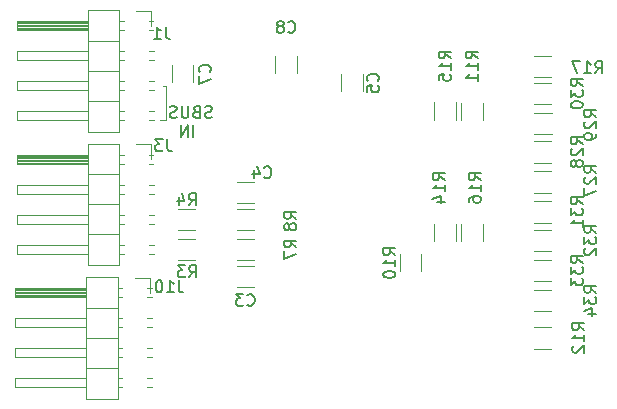
<source format=gbr>
G04 #@! TF.GenerationSoftware,KiCad,Pcbnew,7.0.1*
G04 #@! TF.CreationDate,2023-03-28T11:43:29+02:00*
G04 #@! TF.ProjectId,OXS_RP2040_Full,4f58535f-5250-4323-9034-305f46756c6c,rev?*
G04 #@! TF.SameCoordinates,Original*
G04 #@! TF.FileFunction,Legend,Bot*
G04 #@! TF.FilePolarity,Positive*
%FSLAX46Y46*%
G04 Gerber Fmt 4.6, Leading zero omitted, Abs format (unit mm)*
G04 Created by KiCad (PCBNEW 7.0.1) date 2023-03-28 11:43:29*
%MOMM*%
%LPD*%
G01*
G04 APERTURE LIST*
%ADD10C,0.120000*%
%ADD11C,0.150000*%
G04 APERTURE END LIST*
D10*
X73406000Y-83185000D02*
X73152000Y-83185000D01*
X73406000Y-83185000D02*
X73406000Y-86106000D01*
X73406000Y-86106000D02*
X72898000Y-86106000D01*
D11*
X77279523Y-85840000D02*
X77136666Y-85887619D01*
X77136666Y-85887619D02*
X76898571Y-85887619D01*
X76898571Y-85887619D02*
X76803333Y-85840000D01*
X76803333Y-85840000D02*
X76755714Y-85792380D01*
X76755714Y-85792380D02*
X76708095Y-85697142D01*
X76708095Y-85697142D02*
X76708095Y-85601904D01*
X76708095Y-85601904D02*
X76755714Y-85506666D01*
X76755714Y-85506666D02*
X76803333Y-85459047D01*
X76803333Y-85459047D02*
X76898571Y-85411428D01*
X76898571Y-85411428D02*
X77089047Y-85363809D01*
X77089047Y-85363809D02*
X77184285Y-85316190D01*
X77184285Y-85316190D02*
X77231904Y-85268571D01*
X77231904Y-85268571D02*
X77279523Y-85173333D01*
X77279523Y-85173333D02*
X77279523Y-85078095D01*
X77279523Y-85078095D02*
X77231904Y-84982857D01*
X77231904Y-84982857D02*
X77184285Y-84935238D01*
X77184285Y-84935238D02*
X77089047Y-84887619D01*
X77089047Y-84887619D02*
X76850952Y-84887619D01*
X76850952Y-84887619D02*
X76708095Y-84935238D01*
X75946190Y-85363809D02*
X75803333Y-85411428D01*
X75803333Y-85411428D02*
X75755714Y-85459047D01*
X75755714Y-85459047D02*
X75708095Y-85554285D01*
X75708095Y-85554285D02*
X75708095Y-85697142D01*
X75708095Y-85697142D02*
X75755714Y-85792380D01*
X75755714Y-85792380D02*
X75803333Y-85840000D01*
X75803333Y-85840000D02*
X75898571Y-85887619D01*
X75898571Y-85887619D02*
X76279523Y-85887619D01*
X76279523Y-85887619D02*
X76279523Y-84887619D01*
X76279523Y-84887619D02*
X75946190Y-84887619D01*
X75946190Y-84887619D02*
X75850952Y-84935238D01*
X75850952Y-84935238D02*
X75803333Y-84982857D01*
X75803333Y-84982857D02*
X75755714Y-85078095D01*
X75755714Y-85078095D02*
X75755714Y-85173333D01*
X75755714Y-85173333D02*
X75803333Y-85268571D01*
X75803333Y-85268571D02*
X75850952Y-85316190D01*
X75850952Y-85316190D02*
X75946190Y-85363809D01*
X75946190Y-85363809D02*
X76279523Y-85363809D01*
X75279523Y-84887619D02*
X75279523Y-85697142D01*
X75279523Y-85697142D02*
X75231904Y-85792380D01*
X75231904Y-85792380D02*
X75184285Y-85840000D01*
X75184285Y-85840000D02*
X75089047Y-85887619D01*
X75089047Y-85887619D02*
X74898571Y-85887619D01*
X74898571Y-85887619D02*
X74803333Y-85840000D01*
X74803333Y-85840000D02*
X74755714Y-85792380D01*
X74755714Y-85792380D02*
X74708095Y-85697142D01*
X74708095Y-85697142D02*
X74708095Y-84887619D01*
X74279523Y-85840000D02*
X74136666Y-85887619D01*
X74136666Y-85887619D02*
X73898571Y-85887619D01*
X73898571Y-85887619D02*
X73803333Y-85840000D01*
X73803333Y-85840000D02*
X73755714Y-85792380D01*
X73755714Y-85792380D02*
X73708095Y-85697142D01*
X73708095Y-85697142D02*
X73708095Y-85601904D01*
X73708095Y-85601904D02*
X73755714Y-85506666D01*
X73755714Y-85506666D02*
X73803333Y-85459047D01*
X73803333Y-85459047D02*
X73898571Y-85411428D01*
X73898571Y-85411428D02*
X74089047Y-85363809D01*
X74089047Y-85363809D02*
X74184285Y-85316190D01*
X74184285Y-85316190D02*
X74231904Y-85268571D01*
X74231904Y-85268571D02*
X74279523Y-85173333D01*
X74279523Y-85173333D02*
X74279523Y-85078095D01*
X74279523Y-85078095D02*
X74231904Y-84982857D01*
X74231904Y-84982857D02*
X74184285Y-84935238D01*
X74184285Y-84935238D02*
X74089047Y-84887619D01*
X74089047Y-84887619D02*
X73850952Y-84887619D01*
X73850952Y-84887619D02*
X73708095Y-84935238D01*
X75708094Y-87507619D02*
X75708094Y-86507619D01*
X75231904Y-87507619D02*
X75231904Y-86507619D01*
X75231904Y-86507619D02*
X74660476Y-87507619D01*
X74660476Y-87507619D02*
X74660476Y-86507619D01*
X74469523Y-99665619D02*
X74469523Y-100379904D01*
X74469523Y-100379904D02*
X74517142Y-100522761D01*
X74517142Y-100522761D02*
X74612380Y-100618000D01*
X74612380Y-100618000D02*
X74755237Y-100665619D01*
X74755237Y-100665619D02*
X74850475Y-100665619D01*
X73469523Y-100665619D02*
X74040951Y-100665619D01*
X73755237Y-100665619D02*
X73755237Y-99665619D01*
X73755237Y-99665619D02*
X73850475Y-99808476D01*
X73850475Y-99808476D02*
X73945713Y-99903714D01*
X73945713Y-99903714D02*
X74040951Y-99951333D01*
X72850475Y-99665619D02*
X72755237Y-99665619D01*
X72755237Y-99665619D02*
X72659999Y-99713238D01*
X72659999Y-99713238D02*
X72612380Y-99760857D01*
X72612380Y-99760857D02*
X72564761Y-99856095D01*
X72564761Y-99856095D02*
X72517142Y-100046571D01*
X72517142Y-100046571D02*
X72517142Y-100284666D01*
X72517142Y-100284666D02*
X72564761Y-100475142D01*
X72564761Y-100475142D02*
X72612380Y-100570380D01*
X72612380Y-100570380D02*
X72659999Y-100618000D01*
X72659999Y-100618000D02*
X72755237Y-100665619D01*
X72755237Y-100665619D02*
X72850475Y-100665619D01*
X72850475Y-100665619D02*
X72945713Y-100618000D01*
X72945713Y-100618000D02*
X72993332Y-100570380D01*
X72993332Y-100570380D02*
X73040951Y-100475142D01*
X73040951Y-100475142D02*
X73088570Y-100284666D01*
X73088570Y-100284666D02*
X73088570Y-100046571D01*
X73088570Y-100046571D02*
X73040951Y-99856095D01*
X73040951Y-99856095D02*
X72993332Y-99760857D01*
X72993332Y-99760857D02*
X72945713Y-99713238D01*
X72945713Y-99713238D02*
X72850475Y-99665619D01*
X92791619Y-97528142D02*
X92315428Y-97194809D01*
X92791619Y-96956714D02*
X91791619Y-96956714D01*
X91791619Y-96956714D02*
X91791619Y-97337666D01*
X91791619Y-97337666D02*
X91839238Y-97432904D01*
X91839238Y-97432904D02*
X91886857Y-97480523D01*
X91886857Y-97480523D02*
X91982095Y-97528142D01*
X91982095Y-97528142D02*
X92124952Y-97528142D01*
X92124952Y-97528142D02*
X92220190Y-97480523D01*
X92220190Y-97480523D02*
X92267809Y-97432904D01*
X92267809Y-97432904D02*
X92315428Y-97337666D01*
X92315428Y-97337666D02*
X92315428Y-96956714D01*
X92791619Y-98480523D02*
X92791619Y-97909095D01*
X92791619Y-98194809D02*
X91791619Y-98194809D01*
X91791619Y-98194809D02*
X91934476Y-98099571D01*
X91934476Y-98099571D02*
X92029714Y-98004333D01*
X92029714Y-98004333D02*
X92077333Y-97909095D01*
X91791619Y-99099571D02*
X91791619Y-99194809D01*
X91791619Y-99194809D02*
X91839238Y-99290047D01*
X91839238Y-99290047D02*
X91886857Y-99337666D01*
X91886857Y-99337666D02*
X91982095Y-99385285D01*
X91982095Y-99385285D02*
X92172571Y-99432904D01*
X92172571Y-99432904D02*
X92410666Y-99432904D01*
X92410666Y-99432904D02*
X92601142Y-99385285D01*
X92601142Y-99385285D02*
X92696380Y-99337666D01*
X92696380Y-99337666D02*
X92744000Y-99290047D01*
X92744000Y-99290047D02*
X92791619Y-99194809D01*
X92791619Y-99194809D02*
X92791619Y-99099571D01*
X92791619Y-99099571D02*
X92744000Y-99004333D01*
X92744000Y-99004333D02*
X92696380Y-98956714D01*
X92696380Y-98956714D02*
X92601142Y-98909095D01*
X92601142Y-98909095D02*
X92410666Y-98861476D01*
X92410666Y-98861476D02*
X92172571Y-98861476D01*
X92172571Y-98861476D02*
X91982095Y-98909095D01*
X91982095Y-98909095D02*
X91886857Y-98956714D01*
X91886857Y-98956714D02*
X91839238Y-99004333D01*
X91839238Y-99004333D02*
X91791619Y-99099571D01*
X109735857Y-82123619D02*
X110069190Y-81647428D01*
X110307285Y-82123619D02*
X110307285Y-81123619D01*
X110307285Y-81123619D02*
X109926333Y-81123619D01*
X109926333Y-81123619D02*
X109831095Y-81171238D01*
X109831095Y-81171238D02*
X109783476Y-81218857D01*
X109783476Y-81218857D02*
X109735857Y-81314095D01*
X109735857Y-81314095D02*
X109735857Y-81456952D01*
X109735857Y-81456952D02*
X109783476Y-81552190D01*
X109783476Y-81552190D02*
X109831095Y-81599809D01*
X109831095Y-81599809D02*
X109926333Y-81647428D01*
X109926333Y-81647428D02*
X110307285Y-81647428D01*
X108783476Y-82123619D02*
X109354904Y-82123619D01*
X109069190Y-82123619D02*
X109069190Y-81123619D01*
X109069190Y-81123619D02*
X109164428Y-81266476D01*
X109164428Y-81266476D02*
X109259666Y-81361714D01*
X109259666Y-81361714D02*
X109354904Y-81409333D01*
X108450142Y-81123619D02*
X107783476Y-81123619D01*
X107783476Y-81123619D02*
X108212047Y-82123619D01*
X75350666Y-99395619D02*
X75683999Y-98919428D01*
X75922094Y-99395619D02*
X75922094Y-98395619D01*
X75922094Y-98395619D02*
X75541142Y-98395619D01*
X75541142Y-98395619D02*
X75445904Y-98443238D01*
X75445904Y-98443238D02*
X75398285Y-98490857D01*
X75398285Y-98490857D02*
X75350666Y-98586095D01*
X75350666Y-98586095D02*
X75350666Y-98728952D01*
X75350666Y-98728952D02*
X75398285Y-98824190D01*
X75398285Y-98824190D02*
X75445904Y-98871809D01*
X75445904Y-98871809D02*
X75541142Y-98919428D01*
X75541142Y-98919428D02*
X75922094Y-98919428D01*
X75017332Y-98395619D02*
X74398285Y-98395619D01*
X74398285Y-98395619D02*
X74731618Y-98776571D01*
X74731618Y-98776571D02*
X74588761Y-98776571D01*
X74588761Y-98776571D02*
X74493523Y-98824190D01*
X74493523Y-98824190D02*
X74445904Y-98871809D01*
X74445904Y-98871809D02*
X74398285Y-98967047D01*
X74398285Y-98967047D02*
X74398285Y-99205142D01*
X74398285Y-99205142D02*
X74445904Y-99300380D01*
X74445904Y-99300380D02*
X74493523Y-99348000D01*
X74493523Y-99348000D02*
X74588761Y-99395619D01*
X74588761Y-99395619D02*
X74874475Y-99395619D01*
X74874475Y-99395619D02*
X74969713Y-99348000D01*
X74969713Y-99348000D02*
X75017332Y-99300380D01*
X81700666Y-90918380D02*
X81748285Y-90966000D01*
X81748285Y-90966000D02*
X81891142Y-91013619D01*
X81891142Y-91013619D02*
X81986380Y-91013619D01*
X81986380Y-91013619D02*
X82129237Y-90966000D01*
X82129237Y-90966000D02*
X82224475Y-90870761D01*
X82224475Y-90870761D02*
X82272094Y-90775523D01*
X82272094Y-90775523D02*
X82319713Y-90585047D01*
X82319713Y-90585047D02*
X82319713Y-90442190D01*
X82319713Y-90442190D02*
X82272094Y-90251714D01*
X82272094Y-90251714D02*
X82224475Y-90156476D01*
X82224475Y-90156476D02*
X82129237Y-90061238D01*
X82129237Y-90061238D02*
X81986380Y-90013619D01*
X81986380Y-90013619D02*
X81891142Y-90013619D01*
X81891142Y-90013619D02*
X81748285Y-90061238D01*
X81748285Y-90061238D02*
X81700666Y-90108857D01*
X80843523Y-90346952D02*
X80843523Y-91013619D01*
X81081618Y-89966000D02*
X81319713Y-90680285D01*
X81319713Y-90680285D02*
X80700666Y-90680285D01*
X73485333Y-87727619D02*
X73485333Y-88441904D01*
X73485333Y-88441904D02*
X73532952Y-88584761D01*
X73532952Y-88584761D02*
X73628190Y-88680000D01*
X73628190Y-88680000D02*
X73771047Y-88727619D01*
X73771047Y-88727619D02*
X73866285Y-88727619D01*
X73104380Y-87727619D02*
X72485333Y-87727619D01*
X72485333Y-87727619D02*
X72818666Y-88108571D01*
X72818666Y-88108571D02*
X72675809Y-88108571D01*
X72675809Y-88108571D02*
X72580571Y-88156190D01*
X72580571Y-88156190D02*
X72532952Y-88203809D01*
X72532952Y-88203809D02*
X72485333Y-88299047D01*
X72485333Y-88299047D02*
X72485333Y-88537142D01*
X72485333Y-88537142D02*
X72532952Y-88632380D01*
X72532952Y-88632380D02*
X72580571Y-88680000D01*
X72580571Y-88680000D02*
X72675809Y-88727619D01*
X72675809Y-88727619D02*
X72961523Y-88727619D01*
X72961523Y-88727619D02*
X73056761Y-88680000D01*
X73056761Y-88680000D02*
X73104380Y-88632380D01*
X100030619Y-91178142D02*
X99554428Y-90844809D01*
X100030619Y-90606714D02*
X99030619Y-90606714D01*
X99030619Y-90606714D02*
X99030619Y-90987666D01*
X99030619Y-90987666D02*
X99078238Y-91082904D01*
X99078238Y-91082904D02*
X99125857Y-91130523D01*
X99125857Y-91130523D02*
X99221095Y-91178142D01*
X99221095Y-91178142D02*
X99363952Y-91178142D01*
X99363952Y-91178142D02*
X99459190Y-91130523D01*
X99459190Y-91130523D02*
X99506809Y-91082904D01*
X99506809Y-91082904D02*
X99554428Y-90987666D01*
X99554428Y-90987666D02*
X99554428Y-90606714D01*
X100030619Y-92130523D02*
X100030619Y-91559095D01*
X100030619Y-91844809D02*
X99030619Y-91844809D01*
X99030619Y-91844809D02*
X99173476Y-91749571D01*
X99173476Y-91749571D02*
X99268714Y-91654333D01*
X99268714Y-91654333D02*
X99316333Y-91559095D01*
X99030619Y-92987666D02*
X99030619Y-92797190D01*
X99030619Y-92797190D02*
X99078238Y-92701952D01*
X99078238Y-92701952D02*
X99125857Y-92654333D01*
X99125857Y-92654333D02*
X99268714Y-92559095D01*
X99268714Y-92559095D02*
X99459190Y-92511476D01*
X99459190Y-92511476D02*
X99840142Y-92511476D01*
X99840142Y-92511476D02*
X99935380Y-92559095D01*
X99935380Y-92559095D02*
X99983000Y-92606714D01*
X99983000Y-92606714D02*
X100030619Y-92701952D01*
X100030619Y-92701952D02*
X100030619Y-92892428D01*
X100030619Y-92892428D02*
X99983000Y-92987666D01*
X99983000Y-92987666D02*
X99935380Y-93035285D01*
X99935380Y-93035285D02*
X99840142Y-93082904D01*
X99840142Y-93082904D02*
X99602047Y-93082904D01*
X99602047Y-93082904D02*
X99506809Y-93035285D01*
X99506809Y-93035285D02*
X99459190Y-92987666D01*
X99459190Y-92987666D02*
X99411571Y-92892428D01*
X99411571Y-92892428D02*
X99411571Y-92701952D01*
X99411571Y-92701952D02*
X99459190Y-92606714D01*
X99459190Y-92606714D02*
X99506809Y-92559095D01*
X99506809Y-92559095D02*
X99602047Y-92511476D01*
X108666619Y-93210142D02*
X108190428Y-92876809D01*
X108666619Y-92638714D02*
X107666619Y-92638714D01*
X107666619Y-92638714D02*
X107666619Y-93019666D01*
X107666619Y-93019666D02*
X107714238Y-93114904D01*
X107714238Y-93114904D02*
X107761857Y-93162523D01*
X107761857Y-93162523D02*
X107857095Y-93210142D01*
X107857095Y-93210142D02*
X107999952Y-93210142D01*
X107999952Y-93210142D02*
X108095190Y-93162523D01*
X108095190Y-93162523D02*
X108142809Y-93114904D01*
X108142809Y-93114904D02*
X108190428Y-93019666D01*
X108190428Y-93019666D02*
X108190428Y-92638714D01*
X107666619Y-93543476D02*
X107666619Y-94162523D01*
X107666619Y-94162523D02*
X108047571Y-93829190D01*
X108047571Y-93829190D02*
X108047571Y-93972047D01*
X108047571Y-93972047D02*
X108095190Y-94067285D01*
X108095190Y-94067285D02*
X108142809Y-94114904D01*
X108142809Y-94114904D02*
X108238047Y-94162523D01*
X108238047Y-94162523D02*
X108476142Y-94162523D01*
X108476142Y-94162523D02*
X108571380Y-94114904D01*
X108571380Y-94114904D02*
X108619000Y-94067285D01*
X108619000Y-94067285D02*
X108666619Y-93972047D01*
X108666619Y-93972047D02*
X108666619Y-93686333D01*
X108666619Y-93686333D02*
X108619000Y-93591095D01*
X108619000Y-93591095D02*
X108571380Y-93543476D01*
X108666619Y-95114904D02*
X108666619Y-94543476D01*
X108666619Y-94829190D02*
X107666619Y-94829190D01*
X107666619Y-94829190D02*
X107809476Y-94733952D01*
X107809476Y-94733952D02*
X107904714Y-94638714D01*
X107904714Y-94638714D02*
X107952333Y-94543476D01*
X91299380Y-82764333D02*
X91347000Y-82716714D01*
X91347000Y-82716714D02*
X91394619Y-82573857D01*
X91394619Y-82573857D02*
X91394619Y-82478619D01*
X91394619Y-82478619D02*
X91347000Y-82335762D01*
X91347000Y-82335762D02*
X91251761Y-82240524D01*
X91251761Y-82240524D02*
X91156523Y-82192905D01*
X91156523Y-82192905D02*
X90966047Y-82145286D01*
X90966047Y-82145286D02*
X90823190Y-82145286D01*
X90823190Y-82145286D02*
X90632714Y-82192905D01*
X90632714Y-82192905D02*
X90537476Y-82240524D01*
X90537476Y-82240524D02*
X90442238Y-82335762D01*
X90442238Y-82335762D02*
X90394619Y-82478619D01*
X90394619Y-82478619D02*
X90394619Y-82573857D01*
X90394619Y-82573857D02*
X90442238Y-82716714D01*
X90442238Y-82716714D02*
X90489857Y-82764333D01*
X90394619Y-83669095D02*
X90394619Y-83192905D01*
X90394619Y-83192905D02*
X90870809Y-83145286D01*
X90870809Y-83145286D02*
X90823190Y-83192905D01*
X90823190Y-83192905D02*
X90775571Y-83288143D01*
X90775571Y-83288143D02*
X90775571Y-83526238D01*
X90775571Y-83526238D02*
X90823190Y-83621476D01*
X90823190Y-83621476D02*
X90870809Y-83669095D01*
X90870809Y-83669095D02*
X90966047Y-83716714D01*
X90966047Y-83716714D02*
X91204142Y-83716714D01*
X91204142Y-83716714D02*
X91299380Y-83669095D01*
X91299380Y-83669095D02*
X91347000Y-83621476D01*
X91347000Y-83621476D02*
X91394619Y-83526238D01*
X91394619Y-83526238D02*
X91394619Y-83288143D01*
X91394619Y-83288143D02*
X91347000Y-83192905D01*
X91347000Y-83192905D02*
X91299380Y-83145286D01*
X109809619Y-85844142D02*
X109333428Y-85510809D01*
X109809619Y-85272714D02*
X108809619Y-85272714D01*
X108809619Y-85272714D02*
X108809619Y-85653666D01*
X108809619Y-85653666D02*
X108857238Y-85748904D01*
X108857238Y-85748904D02*
X108904857Y-85796523D01*
X108904857Y-85796523D02*
X109000095Y-85844142D01*
X109000095Y-85844142D02*
X109142952Y-85844142D01*
X109142952Y-85844142D02*
X109238190Y-85796523D01*
X109238190Y-85796523D02*
X109285809Y-85748904D01*
X109285809Y-85748904D02*
X109333428Y-85653666D01*
X109333428Y-85653666D02*
X109333428Y-85272714D01*
X108904857Y-86225095D02*
X108857238Y-86272714D01*
X108857238Y-86272714D02*
X108809619Y-86367952D01*
X108809619Y-86367952D02*
X108809619Y-86606047D01*
X108809619Y-86606047D02*
X108857238Y-86701285D01*
X108857238Y-86701285D02*
X108904857Y-86748904D01*
X108904857Y-86748904D02*
X109000095Y-86796523D01*
X109000095Y-86796523D02*
X109095333Y-86796523D01*
X109095333Y-86796523D02*
X109238190Y-86748904D01*
X109238190Y-86748904D02*
X109809619Y-86177476D01*
X109809619Y-86177476D02*
X109809619Y-86796523D01*
X109809619Y-87272714D02*
X109809619Y-87463190D01*
X109809619Y-87463190D02*
X109762000Y-87558428D01*
X109762000Y-87558428D02*
X109714380Y-87606047D01*
X109714380Y-87606047D02*
X109571523Y-87701285D01*
X109571523Y-87701285D02*
X109381047Y-87748904D01*
X109381047Y-87748904D02*
X109000095Y-87748904D01*
X109000095Y-87748904D02*
X108904857Y-87701285D01*
X108904857Y-87701285D02*
X108857238Y-87653666D01*
X108857238Y-87653666D02*
X108809619Y-87558428D01*
X108809619Y-87558428D02*
X108809619Y-87367952D01*
X108809619Y-87367952D02*
X108857238Y-87272714D01*
X108857238Y-87272714D02*
X108904857Y-87225095D01*
X108904857Y-87225095D02*
X109000095Y-87177476D01*
X109000095Y-87177476D02*
X109238190Y-87177476D01*
X109238190Y-87177476D02*
X109333428Y-87225095D01*
X109333428Y-87225095D02*
X109381047Y-87272714D01*
X109381047Y-87272714D02*
X109428666Y-87367952D01*
X109428666Y-87367952D02*
X109428666Y-87558428D01*
X109428666Y-87558428D02*
X109381047Y-87653666D01*
X109381047Y-87653666D02*
X109333428Y-87701285D01*
X109333428Y-87701285D02*
X109238190Y-87748904D01*
X84409619Y-96861333D02*
X83933428Y-96528000D01*
X84409619Y-96289905D02*
X83409619Y-96289905D01*
X83409619Y-96289905D02*
X83409619Y-96670857D01*
X83409619Y-96670857D02*
X83457238Y-96766095D01*
X83457238Y-96766095D02*
X83504857Y-96813714D01*
X83504857Y-96813714D02*
X83600095Y-96861333D01*
X83600095Y-96861333D02*
X83742952Y-96861333D01*
X83742952Y-96861333D02*
X83838190Y-96813714D01*
X83838190Y-96813714D02*
X83885809Y-96766095D01*
X83885809Y-96766095D02*
X83933428Y-96670857D01*
X83933428Y-96670857D02*
X83933428Y-96289905D01*
X83409619Y-97194667D02*
X83409619Y-97861333D01*
X83409619Y-97861333D02*
X84409619Y-97432762D01*
X80265166Y-101713380D02*
X80312785Y-101761000D01*
X80312785Y-101761000D02*
X80455642Y-101808619D01*
X80455642Y-101808619D02*
X80550880Y-101808619D01*
X80550880Y-101808619D02*
X80693737Y-101761000D01*
X80693737Y-101761000D02*
X80788975Y-101665761D01*
X80788975Y-101665761D02*
X80836594Y-101570523D01*
X80836594Y-101570523D02*
X80884213Y-101380047D01*
X80884213Y-101380047D02*
X80884213Y-101237190D01*
X80884213Y-101237190D02*
X80836594Y-101046714D01*
X80836594Y-101046714D02*
X80788975Y-100951476D01*
X80788975Y-100951476D02*
X80693737Y-100856238D01*
X80693737Y-100856238D02*
X80550880Y-100808619D01*
X80550880Y-100808619D02*
X80455642Y-100808619D01*
X80455642Y-100808619D02*
X80312785Y-100856238D01*
X80312785Y-100856238D02*
X80265166Y-100903857D01*
X79931832Y-100808619D02*
X79312785Y-100808619D01*
X79312785Y-100808619D02*
X79646118Y-101189571D01*
X79646118Y-101189571D02*
X79503261Y-101189571D01*
X79503261Y-101189571D02*
X79408023Y-101237190D01*
X79408023Y-101237190D02*
X79360404Y-101284809D01*
X79360404Y-101284809D02*
X79312785Y-101380047D01*
X79312785Y-101380047D02*
X79312785Y-101618142D01*
X79312785Y-101618142D02*
X79360404Y-101713380D01*
X79360404Y-101713380D02*
X79408023Y-101761000D01*
X79408023Y-101761000D02*
X79503261Y-101808619D01*
X79503261Y-101808619D02*
X79788975Y-101808619D01*
X79788975Y-101808619D02*
X79884213Y-101761000D01*
X79884213Y-101761000D02*
X79931832Y-101713380D01*
X77075380Y-82002333D02*
X77123000Y-81954714D01*
X77123000Y-81954714D02*
X77170619Y-81811857D01*
X77170619Y-81811857D02*
X77170619Y-81716619D01*
X77170619Y-81716619D02*
X77123000Y-81573762D01*
X77123000Y-81573762D02*
X77027761Y-81478524D01*
X77027761Y-81478524D02*
X76932523Y-81430905D01*
X76932523Y-81430905D02*
X76742047Y-81383286D01*
X76742047Y-81383286D02*
X76599190Y-81383286D01*
X76599190Y-81383286D02*
X76408714Y-81430905D01*
X76408714Y-81430905D02*
X76313476Y-81478524D01*
X76313476Y-81478524D02*
X76218238Y-81573762D01*
X76218238Y-81573762D02*
X76170619Y-81716619D01*
X76170619Y-81716619D02*
X76170619Y-81811857D01*
X76170619Y-81811857D02*
X76218238Y-81954714D01*
X76218238Y-81954714D02*
X76265857Y-82002333D01*
X76170619Y-82335667D02*
X76170619Y-83002333D01*
X76170619Y-83002333D02*
X77170619Y-82573762D01*
X99776619Y-80865142D02*
X99300428Y-80531809D01*
X99776619Y-80293714D02*
X98776619Y-80293714D01*
X98776619Y-80293714D02*
X98776619Y-80674666D01*
X98776619Y-80674666D02*
X98824238Y-80769904D01*
X98824238Y-80769904D02*
X98871857Y-80817523D01*
X98871857Y-80817523D02*
X98967095Y-80865142D01*
X98967095Y-80865142D02*
X99109952Y-80865142D01*
X99109952Y-80865142D02*
X99205190Y-80817523D01*
X99205190Y-80817523D02*
X99252809Y-80769904D01*
X99252809Y-80769904D02*
X99300428Y-80674666D01*
X99300428Y-80674666D02*
X99300428Y-80293714D01*
X99776619Y-81817523D02*
X99776619Y-81246095D01*
X99776619Y-81531809D02*
X98776619Y-81531809D01*
X98776619Y-81531809D02*
X98919476Y-81436571D01*
X98919476Y-81436571D02*
X99014714Y-81341333D01*
X99014714Y-81341333D02*
X99062333Y-81246095D01*
X99776619Y-82769904D02*
X99776619Y-82198476D01*
X99776619Y-82484190D02*
X98776619Y-82484190D01*
X98776619Y-82484190D02*
X98919476Y-82388952D01*
X98919476Y-82388952D02*
X99014714Y-82293714D01*
X99014714Y-82293714D02*
X99062333Y-82198476D01*
X73358333Y-78202619D02*
X73358333Y-78916904D01*
X73358333Y-78916904D02*
X73405952Y-79059761D01*
X73405952Y-79059761D02*
X73501190Y-79155000D01*
X73501190Y-79155000D02*
X73644047Y-79202619D01*
X73644047Y-79202619D02*
X73739285Y-79202619D01*
X72358333Y-79202619D02*
X72929761Y-79202619D01*
X72644047Y-79202619D02*
X72644047Y-78202619D01*
X72644047Y-78202619D02*
X72739285Y-78345476D01*
X72739285Y-78345476D02*
X72834523Y-78440714D01*
X72834523Y-78440714D02*
X72929761Y-78488333D01*
X96982619Y-91178142D02*
X96506428Y-90844809D01*
X96982619Y-90606714D02*
X95982619Y-90606714D01*
X95982619Y-90606714D02*
X95982619Y-90987666D01*
X95982619Y-90987666D02*
X96030238Y-91082904D01*
X96030238Y-91082904D02*
X96077857Y-91130523D01*
X96077857Y-91130523D02*
X96173095Y-91178142D01*
X96173095Y-91178142D02*
X96315952Y-91178142D01*
X96315952Y-91178142D02*
X96411190Y-91130523D01*
X96411190Y-91130523D02*
X96458809Y-91082904D01*
X96458809Y-91082904D02*
X96506428Y-90987666D01*
X96506428Y-90987666D02*
X96506428Y-90606714D01*
X96982619Y-92130523D02*
X96982619Y-91559095D01*
X96982619Y-91844809D02*
X95982619Y-91844809D01*
X95982619Y-91844809D02*
X96125476Y-91749571D01*
X96125476Y-91749571D02*
X96220714Y-91654333D01*
X96220714Y-91654333D02*
X96268333Y-91559095D01*
X96315952Y-92987666D02*
X96982619Y-92987666D01*
X95935000Y-92749571D02*
X96649285Y-92511476D01*
X96649285Y-92511476D02*
X96649285Y-93130523D01*
X108666619Y-98163142D02*
X108190428Y-97829809D01*
X108666619Y-97591714D02*
X107666619Y-97591714D01*
X107666619Y-97591714D02*
X107666619Y-97972666D01*
X107666619Y-97972666D02*
X107714238Y-98067904D01*
X107714238Y-98067904D02*
X107761857Y-98115523D01*
X107761857Y-98115523D02*
X107857095Y-98163142D01*
X107857095Y-98163142D02*
X107999952Y-98163142D01*
X107999952Y-98163142D02*
X108095190Y-98115523D01*
X108095190Y-98115523D02*
X108142809Y-98067904D01*
X108142809Y-98067904D02*
X108190428Y-97972666D01*
X108190428Y-97972666D02*
X108190428Y-97591714D01*
X107666619Y-98496476D02*
X107666619Y-99115523D01*
X107666619Y-99115523D02*
X108047571Y-98782190D01*
X108047571Y-98782190D02*
X108047571Y-98925047D01*
X108047571Y-98925047D02*
X108095190Y-99020285D01*
X108095190Y-99020285D02*
X108142809Y-99067904D01*
X108142809Y-99067904D02*
X108238047Y-99115523D01*
X108238047Y-99115523D02*
X108476142Y-99115523D01*
X108476142Y-99115523D02*
X108571380Y-99067904D01*
X108571380Y-99067904D02*
X108619000Y-99020285D01*
X108619000Y-99020285D02*
X108666619Y-98925047D01*
X108666619Y-98925047D02*
X108666619Y-98639333D01*
X108666619Y-98639333D02*
X108619000Y-98544095D01*
X108619000Y-98544095D02*
X108571380Y-98496476D01*
X107666619Y-99448857D02*
X107666619Y-100067904D01*
X107666619Y-100067904D02*
X108047571Y-99734571D01*
X108047571Y-99734571D02*
X108047571Y-99877428D01*
X108047571Y-99877428D02*
X108095190Y-99972666D01*
X108095190Y-99972666D02*
X108142809Y-100020285D01*
X108142809Y-100020285D02*
X108238047Y-100067904D01*
X108238047Y-100067904D02*
X108476142Y-100067904D01*
X108476142Y-100067904D02*
X108571380Y-100020285D01*
X108571380Y-100020285D02*
X108619000Y-99972666D01*
X108619000Y-99972666D02*
X108666619Y-99877428D01*
X108666619Y-99877428D02*
X108666619Y-99591714D01*
X108666619Y-99591714D02*
X108619000Y-99496476D01*
X108619000Y-99496476D02*
X108571380Y-99448857D01*
X108793619Y-103878142D02*
X108317428Y-103544809D01*
X108793619Y-103306714D02*
X107793619Y-103306714D01*
X107793619Y-103306714D02*
X107793619Y-103687666D01*
X107793619Y-103687666D02*
X107841238Y-103782904D01*
X107841238Y-103782904D02*
X107888857Y-103830523D01*
X107888857Y-103830523D02*
X107984095Y-103878142D01*
X107984095Y-103878142D02*
X108126952Y-103878142D01*
X108126952Y-103878142D02*
X108222190Y-103830523D01*
X108222190Y-103830523D02*
X108269809Y-103782904D01*
X108269809Y-103782904D02*
X108317428Y-103687666D01*
X108317428Y-103687666D02*
X108317428Y-103306714D01*
X108793619Y-104830523D02*
X108793619Y-104259095D01*
X108793619Y-104544809D02*
X107793619Y-104544809D01*
X107793619Y-104544809D02*
X107936476Y-104449571D01*
X107936476Y-104449571D02*
X108031714Y-104354333D01*
X108031714Y-104354333D02*
X108079333Y-104259095D01*
X107888857Y-105211476D02*
X107841238Y-105259095D01*
X107841238Y-105259095D02*
X107793619Y-105354333D01*
X107793619Y-105354333D02*
X107793619Y-105592428D01*
X107793619Y-105592428D02*
X107841238Y-105687666D01*
X107841238Y-105687666D02*
X107888857Y-105735285D01*
X107888857Y-105735285D02*
X107984095Y-105782904D01*
X107984095Y-105782904D02*
X108079333Y-105782904D01*
X108079333Y-105782904D02*
X108222190Y-105735285D01*
X108222190Y-105735285D02*
X108793619Y-105163857D01*
X108793619Y-105163857D02*
X108793619Y-105782904D01*
X108666619Y-83177142D02*
X108190428Y-82843809D01*
X108666619Y-82605714D02*
X107666619Y-82605714D01*
X107666619Y-82605714D02*
X107666619Y-82986666D01*
X107666619Y-82986666D02*
X107714238Y-83081904D01*
X107714238Y-83081904D02*
X107761857Y-83129523D01*
X107761857Y-83129523D02*
X107857095Y-83177142D01*
X107857095Y-83177142D02*
X107999952Y-83177142D01*
X107999952Y-83177142D02*
X108095190Y-83129523D01*
X108095190Y-83129523D02*
X108142809Y-83081904D01*
X108142809Y-83081904D02*
X108190428Y-82986666D01*
X108190428Y-82986666D02*
X108190428Y-82605714D01*
X107666619Y-83510476D02*
X107666619Y-84129523D01*
X107666619Y-84129523D02*
X108047571Y-83796190D01*
X108047571Y-83796190D02*
X108047571Y-83939047D01*
X108047571Y-83939047D02*
X108095190Y-84034285D01*
X108095190Y-84034285D02*
X108142809Y-84081904D01*
X108142809Y-84081904D02*
X108238047Y-84129523D01*
X108238047Y-84129523D02*
X108476142Y-84129523D01*
X108476142Y-84129523D02*
X108571380Y-84081904D01*
X108571380Y-84081904D02*
X108619000Y-84034285D01*
X108619000Y-84034285D02*
X108666619Y-83939047D01*
X108666619Y-83939047D02*
X108666619Y-83653333D01*
X108666619Y-83653333D02*
X108619000Y-83558095D01*
X108619000Y-83558095D02*
X108571380Y-83510476D01*
X107666619Y-84748571D02*
X107666619Y-84843809D01*
X107666619Y-84843809D02*
X107714238Y-84939047D01*
X107714238Y-84939047D02*
X107761857Y-84986666D01*
X107761857Y-84986666D02*
X107857095Y-85034285D01*
X107857095Y-85034285D02*
X108047571Y-85081904D01*
X108047571Y-85081904D02*
X108285666Y-85081904D01*
X108285666Y-85081904D02*
X108476142Y-85034285D01*
X108476142Y-85034285D02*
X108571380Y-84986666D01*
X108571380Y-84986666D02*
X108619000Y-84939047D01*
X108619000Y-84939047D02*
X108666619Y-84843809D01*
X108666619Y-84843809D02*
X108666619Y-84748571D01*
X108666619Y-84748571D02*
X108619000Y-84653333D01*
X108619000Y-84653333D02*
X108571380Y-84605714D01*
X108571380Y-84605714D02*
X108476142Y-84558095D01*
X108476142Y-84558095D02*
X108285666Y-84510476D01*
X108285666Y-84510476D02*
X108047571Y-84510476D01*
X108047571Y-84510476D02*
X107857095Y-84558095D01*
X107857095Y-84558095D02*
X107761857Y-84605714D01*
X107761857Y-84605714D02*
X107714238Y-84653333D01*
X107714238Y-84653333D02*
X107666619Y-84748571D01*
X97490619Y-80865142D02*
X97014428Y-80531809D01*
X97490619Y-80293714D02*
X96490619Y-80293714D01*
X96490619Y-80293714D02*
X96490619Y-80674666D01*
X96490619Y-80674666D02*
X96538238Y-80769904D01*
X96538238Y-80769904D02*
X96585857Y-80817523D01*
X96585857Y-80817523D02*
X96681095Y-80865142D01*
X96681095Y-80865142D02*
X96823952Y-80865142D01*
X96823952Y-80865142D02*
X96919190Y-80817523D01*
X96919190Y-80817523D02*
X96966809Y-80769904D01*
X96966809Y-80769904D02*
X97014428Y-80674666D01*
X97014428Y-80674666D02*
X97014428Y-80293714D01*
X97490619Y-81817523D02*
X97490619Y-81246095D01*
X97490619Y-81531809D02*
X96490619Y-81531809D01*
X96490619Y-81531809D02*
X96633476Y-81436571D01*
X96633476Y-81436571D02*
X96728714Y-81341333D01*
X96728714Y-81341333D02*
X96776333Y-81246095D01*
X96490619Y-82722285D02*
X96490619Y-82246095D01*
X96490619Y-82246095D02*
X96966809Y-82198476D01*
X96966809Y-82198476D02*
X96919190Y-82246095D01*
X96919190Y-82246095D02*
X96871571Y-82341333D01*
X96871571Y-82341333D02*
X96871571Y-82579428D01*
X96871571Y-82579428D02*
X96919190Y-82674666D01*
X96919190Y-82674666D02*
X96966809Y-82722285D01*
X96966809Y-82722285D02*
X97062047Y-82769904D01*
X97062047Y-82769904D02*
X97300142Y-82769904D01*
X97300142Y-82769904D02*
X97395380Y-82722285D01*
X97395380Y-82722285D02*
X97443000Y-82674666D01*
X97443000Y-82674666D02*
X97490619Y-82579428D01*
X97490619Y-82579428D02*
X97490619Y-82341333D01*
X97490619Y-82341333D02*
X97443000Y-82246095D01*
X97443000Y-82246095D02*
X97395380Y-82198476D01*
X84409619Y-94448333D02*
X83933428Y-94115000D01*
X84409619Y-93876905D02*
X83409619Y-93876905D01*
X83409619Y-93876905D02*
X83409619Y-94257857D01*
X83409619Y-94257857D02*
X83457238Y-94353095D01*
X83457238Y-94353095D02*
X83504857Y-94400714D01*
X83504857Y-94400714D02*
X83600095Y-94448333D01*
X83600095Y-94448333D02*
X83742952Y-94448333D01*
X83742952Y-94448333D02*
X83838190Y-94400714D01*
X83838190Y-94400714D02*
X83885809Y-94353095D01*
X83885809Y-94353095D02*
X83933428Y-94257857D01*
X83933428Y-94257857D02*
X83933428Y-93876905D01*
X83838190Y-95019762D02*
X83790571Y-94924524D01*
X83790571Y-94924524D02*
X83742952Y-94876905D01*
X83742952Y-94876905D02*
X83647714Y-94829286D01*
X83647714Y-94829286D02*
X83600095Y-94829286D01*
X83600095Y-94829286D02*
X83504857Y-94876905D01*
X83504857Y-94876905D02*
X83457238Y-94924524D01*
X83457238Y-94924524D02*
X83409619Y-95019762D01*
X83409619Y-95019762D02*
X83409619Y-95210238D01*
X83409619Y-95210238D02*
X83457238Y-95305476D01*
X83457238Y-95305476D02*
X83504857Y-95353095D01*
X83504857Y-95353095D02*
X83600095Y-95400714D01*
X83600095Y-95400714D02*
X83647714Y-95400714D01*
X83647714Y-95400714D02*
X83742952Y-95353095D01*
X83742952Y-95353095D02*
X83790571Y-95305476D01*
X83790571Y-95305476D02*
X83838190Y-95210238D01*
X83838190Y-95210238D02*
X83838190Y-95019762D01*
X83838190Y-95019762D02*
X83885809Y-94924524D01*
X83885809Y-94924524D02*
X83933428Y-94876905D01*
X83933428Y-94876905D02*
X84028666Y-94829286D01*
X84028666Y-94829286D02*
X84219142Y-94829286D01*
X84219142Y-94829286D02*
X84314380Y-94876905D01*
X84314380Y-94876905D02*
X84362000Y-94924524D01*
X84362000Y-94924524D02*
X84409619Y-95019762D01*
X84409619Y-95019762D02*
X84409619Y-95210238D01*
X84409619Y-95210238D02*
X84362000Y-95305476D01*
X84362000Y-95305476D02*
X84314380Y-95353095D01*
X84314380Y-95353095D02*
X84219142Y-95400714D01*
X84219142Y-95400714D02*
X84028666Y-95400714D01*
X84028666Y-95400714D02*
X83933428Y-95353095D01*
X83933428Y-95353095D02*
X83885809Y-95305476D01*
X83885809Y-95305476D02*
X83838190Y-95210238D01*
X83732666Y-78599380D02*
X83780285Y-78647000D01*
X83780285Y-78647000D02*
X83923142Y-78694619D01*
X83923142Y-78694619D02*
X84018380Y-78694619D01*
X84018380Y-78694619D02*
X84161237Y-78647000D01*
X84161237Y-78647000D02*
X84256475Y-78551761D01*
X84256475Y-78551761D02*
X84304094Y-78456523D01*
X84304094Y-78456523D02*
X84351713Y-78266047D01*
X84351713Y-78266047D02*
X84351713Y-78123190D01*
X84351713Y-78123190D02*
X84304094Y-77932714D01*
X84304094Y-77932714D02*
X84256475Y-77837476D01*
X84256475Y-77837476D02*
X84161237Y-77742238D01*
X84161237Y-77742238D02*
X84018380Y-77694619D01*
X84018380Y-77694619D02*
X83923142Y-77694619D01*
X83923142Y-77694619D02*
X83780285Y-77742238D01*
X83780285Y-77742238D02*
X83732666Y-77789857D01*
X83161237Y-78123190D02*
X83256475Y-78075571D01*
X83256475Y-78075571D02*
X83304094Y-78027952D01*
X83304094Y-78027952D02*
X83351713Y-77932714D01*
X83351713Y-77932714D02*
X83351713Y-77885095D01*
X83351713Y-77885095D02*
X83304094Y-77789857D01*
X83304094Y-77789857D02*
X83256475Y-77742238D01*
X83256475Y-77742238D02*
X83161237Y-77694619D01*
X83161237Y-77694619D02*
X82970761Y-77694619D01*
X82970761Y-77694619D02*
X82875523Y-77742238D01*
X82875523Y-77742238D02*
X82827904Y-77789857D01*
X82827904Y-77789857D02*
X82780285Y-77885095D01*
X82780285Y-77885095D02*
X82780285Y-77932714D01*
X82780285Y-77932714D02*
X82827904Y-78027952D01*
X82827904Y-78027952D02*
X82875523Y-78075571D01*
X82875523Y-78075571D02*
X82970761Y-78123190D01*
X82970761Y-78123190D02*
X83161237Y-78123190D01*
X83161237Y-78123190D02*
X83256475Y-78170809D01*
X83256475Y-78170809D02*
X83304094Y-78218428D01*
X83304094Y-78218428D02*
X83351713Y-78313666D01*
X83351713Y-78313666D02*
X83351713Y-78504142D01*
X83351713Y-78504142D02*
X83304094Y-78599380D01*
X83304094Y-78599380D02*
X83256475Y-78647000D01*
X83256475Y-78647000D02*
X83161237Y-78694619D01*
X83161237Y-78694619D02*
X82970761Y-78694619D01*
X82970761Y-78694619D02*
X82875523Y-78647000D01*
X82875523Y-78647000D02*
X82827904Y-78599380D01*
X82827904Y-78599380D02*
X82780285Y-78504142D01*
X82780285Y-78504142D02*
X82780285Y-78313666D01*
X82780285Y-78313666D02*
X82827904Y-78218428D01*
X82827904Y-78218428D02*
X82875523Y-78170809D01*
X82875523Y-78170809D02*
X82970761Y-78123190D01*
X108666619Y-88130142D02*
X108190428Y-87796809D01*
X108666619Y-87558714D02*
X107666619Y-87558714D01*
X107666619Y-87558714D02*
X107666619Y-87939666D01*
X107666619Y-87939666D02*
X107714238Y-88034904D01*
X107714238Y-88034904D02*
X107761857Y-88082523D01*
X107761857Y-88082523D02*
X107857095Y-88130142D01*
X107857095Y-88130142D02*
X107999952Y-88130142D01*
X107999952Y-88130142D02*
X108095190Y-88082523D01*
X108095190Y-88082523D02*
X108142809Y-88034904D01*
X108142809Y-88034904D02*
X108190428Y-87939666D01*
X108190428Y-87939666D02*
X108190428Y-87558714D01*
X107761857Y-88511095D02*
X107714238Y-88558714D01*
X107714238Y-88558714D02*
X107666619Y-88653952D01*
X107666619Y-88653952D02*
X107666619Y-88892047D01*
X107666619Y-88892047D02*
X107714238Y-88987285D01*
X107714238Y-88987285D02*
X107761857Y-89034904D01*
X107761857Y-89034904D02*
X107857095Y-89082523D01*
X107857095Y-89082523D02*
X107952333Y-89082523D01*
X107952333Y-89082523D02*
X108095190Y-89034904D01*
X108095190Y-89034904D02*
X108666619Y-88463476D01*
X108666619Y-88463476D02*
X108666619Y-89082523D01*
X108095190Y-89653952D02*
X108047571Y-89558714D01*
X108047571Y-89558714D02*
X107999952Y-89511095D01*
X107999952Y-89511095D02*
X107904714Y-89463476D01*
X107904714Y-89463476D02*
X107857095Y-89463476D01*
X107857095Y-89463476D02*
X107761857Y-89511095D01*
X107761857Y-89511095D02*
X107714238Y-89558714D01*
X107714238Y-89558714D02*
X107666619Y-89653952D01*
X107666619Y-89653952D02*
X107666619Y-89844428D01*
X107666619Y-89844428D02*
X107714238Y-89939666D01*
X107714238Y-89939666D02*
X107761857Y-89987285D01*
X107761857Y-89987285D02*
X107857095Y-90034904D01*
X107857095Y-90034904D02*
X107904714Y-90034904D01*
X107904714Y-90034904D02*
X107999952Y-89987285D01*
X107999952Y-89987285D02*
X108047571Y-89939666D01*
X108047571Y-89939666D02*
X108095190Y-89844428D01*
X108095190Y-89844428D02*
X108095190Y-89653952D01*
X108095190Y-89653952D02*
X108142809Y-89558714D01*
X108142809Y-89558714D02*
X108190428Y-89511095D01*
X108190428Y-89511095D02*
X108285666Y-89463476D01*
X108285666Y-89463476D02*
X108476142Y-89463476D01*
X108476142Y-89463476D02*
X108571380Y-89511095D01*
X108571380Y-89511095D02*
X108619000Y-89558714D01*
X108619000Y-89558714D02*
X108666619Y-89653952D01*
X108666619Y-89653952D02*
X108666619Y-89844428D01*
X108666619Y-89844428D02*
X108619000Y-89939666D01*
X108619000Y-89939666D02*
X108571380Y-89987285D01*
X108571380Y-89987285D02*
X108476142Y-90034904D01*
X108476142Y-90034904D02*
X108285666Y-90034904D01*
X108285666Y-90034904D02*
X108190428Y-89987285D01*
X108190428Y-89987285D02*
X108142809Y-89939666D01*
X108142809Y-89939666D02*
X108095190Y-89844428D01*
X109809619Y-95623142D02*
X109333428Y-95289809D01*
X109809619Y-95051714D02*
X108809619Y-95051714D01*
X108809619Y-95051714D02*
X108809619Y-95432666D01*
X108809619Y-95432666D02*
X108857238Y-95527904D01*
X108857238Y-95527904D02*
X108904857Y-95575523D01*
X108904857Y-95575523D02*
X109000095Y-95623142D01*
X109000095Y-95623142D02*
X109142952Y-95623142D01*
X109142952Y-95623142D02*
X109238190Y-95575523D01*
X109238190Y-95575523D02*
X109285809Y-95527904D01*
X109285809Y-95527904D02*
X109333428Y-95432666D01*
X109333428Y-95432666D02*
X109333428Y-95051714D01*
X108809619Y-95956476D02*
X108809619Y-96575523D01*
X108809619Y-96575523D02*
X109190571Y-96242190D01*
X109190571Y-96242190D02*
X109190571Y-96385047D01*
X109190571Y-96385047D02*
X109238190Y-96480285D01*
X109238190Y-96480285D02*
X109285809Y-96527904D01*
X109285809Y-96527904D02*
X109381047Y-96575523D01*
X109381047Y-96575523D02*
X109619142Y-96575523D01*
X109619142Y-96575523D02*
X109714380Y-96527904D01*
X109714380Y-96527904D02*
X109762000Y-96480285D01*
X109762000Y-96480285D02*
X109809619Y-96385047D01*
X109809619Y-96385047D02*
X109809619Y-96099333D01*
X109809619Y-96099333D02*
X109762000Y-96004095D01*
X109762000Y-96004095D02*
X109714380Y-95956476D01*
X108904857Y-96956476D02*
X108857238Y-97004095D01*
X108857238Y-97004095D02*
X108809619Y-97099333D01*
X108809619Y-97099333D02*
X108809619Y-97337428D01*
X108809619Y-97337428D02*
X108857238Y-97432666D01*
X108857238Y-97432666D02*
X108904857Y-97480285D01*
X108904857Y-97480285D02*
X109000095Y-97527904D01*
X109000095Y-97527904D02*
X109095333Y-97527904D01*
X109095333Y-97527904D02*
X109238190Y-97480285D01*
X109238190Y-97480285D02*
X109809619Y-96908857D01*
X109809619Y-96908857D02*
X109809619Y-97527904D01*
X109809619Y-100703142D02*
X109333428Y-100369809D01*
X109809619Y-100131714D02*
X108809619Y-100131714D01*
X108809619Y-100131714D02*
X108809619Y-100512666D01*
X108809619Y-100512666D02*
X108857238Y-100607904D01*
X108857238Y-100607904D02*
X108904857Y-100655523D01*
X108904857Y-100655523D02*
X109000095Y-100703142D01*
X109000095Y-100703142D02*
X109142952Y-100703142D01*
X109142952Y-100703142D02*
X109238190Y-100655523D01*
X109238190Y-100655523D02*
X109285809Y-100607904D01*
X109285809Y-100607904D02*
X109333428Y-100512666D01*
X109333428Y-100512666D02*
X109333428Y-100131714D01*
X108809619Y-101036476D02*
X108809619Y-101655523D01*
X108809619Y-101655523D02*
X109190571Y-101322190D01*
X109190571Y-101322190D02*
X109190571Y-101465047D01*
X109190571Y-101465047D02*
X109238190Y-101560285D01*
X109238190Y-101560285D02*
X109285809Y-101607904D01*
X109285809Y-101607904D02*
X109381047Y-101655523D01*
X109381047Y-101655523D02*
X109619142Y-101655523D01*
X109619142Y-101655523D02*
X109714380Y-101607904D01*
X109714380Y-101607904D02*
X109762000Y-101560285D01*
X109762000Y-101560285D02*
X109809619Y-101465047D01*
X109809619Y-101465047D02*
X109809619Y-101179333D01*
X109809619Y-101179333D02*
X109762000Y-101084095D01*
X109762000Y-101084095D02*
X109714380Y-101036476D01*
X109142952Y-102512666D02*
X109809619Y-102512666D01*
X108762000Y-102274571D02*
X109476285Y-102036476D01*
X109476285Y-102036476D02*
X109476285Y-102655523D01*
X109809619Y-90543142D02*
X109333428Y-90209809D01*
X109809619Y-89971714D02*
X108809619Y-89971714D01*
X108809619Y-89971714D02*
X108809619Y-90352666D01*
X108809619Y-90352666D02*
X108857238Y-90447904D01*
X108857238Y-90447904D02*
X108904857Y-90495523D01*
X108904857Y-90495523D02*
X109000095Y-90543142D01*
X109000095Y-90543142D02*
X109142952Y-90543142D01*
X109142952Y-90543142D02*
X109238190Y-90495523D01*
X109238190Y-90495523D02*
X109285809Y-90447904D01*
X109285809Y-90447904D02*
X109333428Y-90352666D01*
X109333428Y-90352666D02*
X109333428Y-89971714D01*
X108904857Y-90924095D02*
X108857238Y-90971714D01*
X108857238Y-90971714D02*
X108809619Y-91066952D01*
X108809619Y-91066952D02*
X108809619Y-91305047D01*
X108809619Y-91305047D02*
X108857238Y-91400285D01*
X108857238Y-91400285D02*
X108904857Y-91447904D01*
X108904857Y-91447904D02*
X109000095Y-91495523D01*
X109000095Y-91495523D02*
X109095333Y-91495523D01*
X109095333Y-91495523D02*
X109238190Y-91447904D01*
X109238190Y-91447904D02*
X109809619Y-90876476D01*
X109809619Y-90876476D02*
X109809619Y-91495523D01*
X108809619Y-91828857D02*
X108809619Y-92495523D01*
X108809619Y-92495523D02*
X109809619Y-92066952D01*
X75324666Y-93299619D02*
X75657999Y-92823428D01*
X75896094Y-93299619D02*
X75896094Y-92299619D01*
X75896094Y-92299619D02*
X75515142Y-92299619D01*
X75515142Y-92299619D02*
X75419904Y-92347238D01*
X75419904Y-92347238D02*
X75372285Y-92394857D01*
X75372285Y-92394857D02*
X75324666Y-92490095D01*
X75324666Y-92490095D02*
X75324666Y-92632952D01*
X75324666Y-92632952D02*
X75372285Y-92728190D01*
X75372285Y-92728190D02*
X75419904Y-92775809D01*
X75419904Y-92775809D02*
X75515142Y-92823428D01*
X75515142Y-92823428D02*
X75896094Y-92823428D01*
X74467523Y-92632952D02*
X74467523Y-93299619D01*
X74705618Y-92252000D02*
X74943713Y-92966285D01*
X74943713Y-92966285D02*
X74324666Y-92966285D01*
D10*
X72236071Y-108711000D02*
X71781929Y-108711000D01*
X72236071Y-107951000D02*
X71781929Y-107951000D01*
X72236071Y-106171000D02*
X71781929Y-106171000D01*
X72236071Y-105411000D02*
X71781929Y-105411000D01*
X72236071Y-103631000D02*
X71781929Y-103631000D01*
X72236071Y-102871000D02*
X71781929Y-102871000D01*
X72169000Y-101091000D02*
X71781929Y-101091000D01*
X72169000Y-100331000D02*
X71781929Y-100331000D01*
X72009000Y-100711000D02*
X72009000Y-99441000D01*
X72009000Y-99441000D02*
X70739000Y-99441000D01*
X69696071Y-108711000D02*
X69299000Y-108711000D01*
X69696071Y-107951000D02*
X69299000Y-107951000D01*
X69696071Y-106171000D02*
X69299000Y-106171000D01*
X69696071Y-105411000D02*
X69299000Y-105411000D01*
X69696071Y-103631000D02*
X69299000Y-103631000D01*
X69696071Y-102871000D02*
X69299000Y-102871000D01*
X69696071Y-101091000D02*
X69299000Y-101091000D01*
X69696071Y-100331000D02*
X69299000Y-100331000D01*
X69299000Y-109661000D02*
X66639000Y-109661000D01*
X69299000Y-107061000D02*
X66639000Y-107061000D01*
X69299000Y-104521000D02*
X66639000Y-104521000D01*
X69299000Y-101981000D02*
X66639000Y-101981000D01*
X69299000Y-99381000D02*
X69299000Y-109661000D01*
X66639000Y-109661000D02*
X66639000Y-99381000D01*
X66639000Y-107951000D02*
X60639000Y-107951000D01*
X66639000Y-105411000D02*
X60639000Y-105411000D01*
X66639000Y-102871000D02*
X60639000Y-102871000D01*
X66639000Y-100991000D02*
X60639000Y-100991000D01*
X66639000Y-100871000D02*
X60639000Y-100871000D01*
X66639000Y-100751000D02*
X60639000Y-100751000D01*
X66639000Y-100631000D02*
X60639000Y-100631000D01*
X66639000Y-100511000D02*
X60639000Y-100511000D01*
X66639000Y-100391000D02*
X60639000Y-100391000D01*
X66639000Y-100331000D02*
X60639000Y-100331000D01*
X66639000Y-99381000D02*
X69299000Y-99381000D01*
X60639000Y-108711000D02*
X66639000Y-108711000D01*
X60639000Y-107951000D02*
X60639000Y-108711000D01*
X60639000Y-106171000D02*
X66639000Y-106171000D01*
X60639000Y-105411000D02*
X60639000Y-106171000D01*
X60639000Y-103631000D02*
X66639000Y-103631000D01*
X60639000Y-102871000D02*
X60639000Y-103631000D01*
X60639000Y-101091000D02*
X66639000Y-101091000D01*
X60639000Y-100331000D02*
X60639000Y-101091000D01*
X95017000Y-97443936D02*
X95017000Y-98898064D01*
X93197000Y-97443936D02*
X93197000Y-98898064D01*
X104555936Y-80624000D02*
X106010064Y-80624000D01*
X104555936Y-82444000D02*
X106010064Y-82444000D01*
X75885064Y-97938000D02*
X74430936Y-97938000D01*
X75885064Y-96118000D02*
X74430936Y-96118000D01*
X80809752Y-93112000D02*
X79387248Y-93112000D01*
X80809752Y-91292000D02*
X79387248Y-91292000D01*
X72363071Y-97408000D02*
X71908929Y-97408000D01*
X72363071Y-96648000D02*
X71908929Y-96648000D01*
X72363071Y-94868000D02*
X71908929Y-94868000D01*
X72363071Y-94108000D02*
X71908929Y-94108000D01*
X72363071Y-92328000D02*
X71908929Y-92328000D01*
X72363071Y-91568000D02*
X71908929Y-91568000D01*
X72296000Y-89788000D02*
X71908929Y-89788000D01*
X72296000Y-89028000D02*
X71908929Y-89028000D01*
X72136000Y-89408000D02*
X72136000Y-88138000D01*
X72136000Y-88138000D02*
X70866000Y-88138000D01*
X69823071Y-97408000D02*
X69426000Y-97408000D01*
X69823071Y-96648000D02*
X69426000Y-96648000D01*
X69823071Y-94868000D02*
X69426000Y-94868000D01*
X69823071Y-94108000D02*
X69426000Y-94108000D01*
X69823071Y-92328000D02*
X69426000Y-92328000D01*
X69823071Y-91568000D02*
X69426000Y-91568000D01*
X69823071Y-89788000D02*
X69426000Y-89788000D01*
X69823071Y-89028000D02*
X69426000Y-89028000D01*
X69426000Y-98358000D02*
X66766000Y-98358000D01*
X69426000Y-95758000D02*
X66766000Y-95758000D01*
X69426000Y-93218000D02*
X66766000Y-93218000D01*
X69426000Y-90678000D02*
X66766000Y-90678000D01*
X69426000Y-88078000D02*
X69426000Y-98358000D01*
X66766000Y-98358000D02*
X66766000Y-88078000D01*
X66766000Y-96648000D02*
X60766000Y-96648000D01*
X66766000Y-94108000D02*
X60766000Y-94108000D01*
X66766000Y-91568000D02*
X60766000Y-91568000D01*
X66766000Y-89688000D02*
X60766000Y-89688000D01*
X66766000Y-89568000D02*
X60766000Y-89568000D01*
X66766000Y-89448000D02*
X60766000Y-89448000D01*
X66766000Y-89328000D02*
X60766000Y-89328000D01*
X66766000Y-89208000D02*
X60766000Y-89208000D01*
X66766000Y-89088000D02*
X60766000Y-89088000D01*
X66766000Y-89028000D02*
X60766000Y-89028000D01*
X66766000Y-88078000D02*
X69426000Y-88078000D01*
X60766000Y-97408000D02*
X66766000Y-97408000D01*
X60766000Y-96648000D02*
X60766000Y-97408000D01*
X60766000Y-94868000D02*
X66766000Y-94868000D01*
X60766000Y-94108000D02*
X60766000Y-94868000D01*
X60766000Y-92328000D02*
X66766000Y-92328000D01*
X60766000Y-91568000D02*
X60766000Y-92328000D01*
X60766000Y-89788000D02*
X66766000Y-89788000D01*
X60766000Y-89028000D02*
X60766000Y-89788000D01*
X98404000Y-96358064D02*
X98404000Y-94903936D01*
X100224000Y-96358064D02*
X100224000Y-94903936D01*
X106010064Y-94763000D02*
X104555936Y-94763000D01*
X106010064Y-92943000D02*
X104555936Y-92943000D01*
X88244000Y-83642252D02*
X88244000Y-82219748D01*
X90064000Y-83642252D02*
X90064000Y-82219748D01*
X106036064Y-87270000D02*
X104581936Y-87270000D01*
X106036064Y-85450000D02*
X104581936Y-85450000D01*
X80838064Y-97938000D02*
X79383936Y-97938000D01*
X80838064Y-96118000D02*
X79383936Y-96118000D01*
X80809752Y-100224000D02*
X79387248Y-100224000D01*
X80809752Y-98404000D02*
X79387248Y-98404000D01*
X75713000Y-81457748D02*
X75713000Y-82880252D01*
X73893000Y-81457748D02*
X73893000Y-82880252D01*
X96118000Y-86045064D02*
X96118000Y-84590936D01*
X97938000Y-86045064D02*
X97938000Y-84590936D01*
X72363071Y-86105000D02*
X71908929Y-86105000D01*
X72363071Y-85345000D02*
X71908929Y-85345000D01*
X72363071Y-83565000D02*
X71908929Y-83565000D01*
X72363071Y-82805000D02*
X71908929Y-82805000D01*
X72363071Y-81025000D02*
X71908929Y-81025000D01*
X72363071Y-80265000D02*
X71908929Y-80265000D01*
X72296000Y-78485000D02*
X71908929Y-78485000D01*
X72296000Y-77725000D02*
X71908929Y-77725000D01*
X72136000Y-78105000D02*
X72136000Y-76835000D01*
X72136000Y-76835000D02*
X70866000Y-76835000D01*
X69823071Y-86105000D02*
X69426000Y-86105000D01*
X69823071Y-85345000D02*
X69426000Y-85345000D01*
X69823071Y-83565000D02*
X69426000Y-83565000D01*
X69823071Y-82805000D02*
X69426000Y-82805000D01*
X69823071Y-81025000D02*
X69426000Y-81025000D01*
X69823071Y-80265000D02*
X69426000Y-80265000D01*
X69823071Y-78485000D02*
X69426000Y-78485000D01*
X69823071Y-77725000D02*
X69426000Y-77725000D01*
X69426000Y-87055000D02*
X66766000Y-87055000D01*
X69426000Y-84455000D02*
X66766000Y-84455000D01*
X69426000Y-81915000D02*
X66766000Y-81915000D01*
X69426000Y-79375000D02*
X66766000Y-79375000D01*
X69426000Y-76775000D02*
X69426000Y-87055000D01*
X66766000Y-87055000D02*
X66766000Y-76775000D01*
X66766000Y-85345000D02*
X60766000Y-85345000D01*
X66766000Y-82805000D02*
X60766000Y-82805000D01*
X66766000Y-80265000D02*
X60766000Y-80265000D01*
X66766000Y-78385000D02*
X60766000Y-78385000D01*
X66766000Y-78265000D02*
X60766000Y-78265000D01*
X66766000Y-78145000D02*
X60766000Y-78145000D01*
X66766000Y-78025000D02*
X60766000Y-78025000D01*
X66766000Y-77905000D02*
X60766000Y-77905000D01*
X66766000Y-77785000D02*
X60766000Y-77785000D01*
X66766000Y-77725000D02*
X60766000Y-77725000D01*
X66766000Y-76775000D02*
X69426000Y-76775000D01*
X60766000Y-86105000D02*
X66766000Y-86105000D01*
X60766000Y-85345000D02*
X60766000Y-86105000D01*
X60766000Y-83565000D02*
X66766000Y-83565000D01*
X60766000Y-82805000D02*
X60766000Y-83565000D01*
X60766000Y-81025000D02*
X66766000Y-81025000D01*
X60766000Y-80265000D02*
X60766000Y-81025000D01*
X60766000Y-78485000D02*
X66766000Y-78485000D01*
X60766000Y-77725000D02*
X60766000Y-78485000D01*
X96118000Y-96358064D02*
X96118000Y-94903936D01*
X97938000Y-96358064D02*
X97938000Y-94903936D01*
X106010064Y-99716000D02*
X104555936Y-99716000D01*
X106010064Y-97896000D02*
X104555936Y-97896000D01*
X104555936Y-103611000D02*
X106010064Y-103611000D01*
X104555936Y-105431000D02*
X106010064Y-105431000D01*
X105984064Y-84730000D02*
X104529936Y-84730000D01*
X105984064Y-82910000D02*
X104529936Y-82910000D01*
X100224000Y-84616936D02*
X100224000Y-86071064D01*
X98404000Y-84616936D02*
X98404000Y-86071064D01*
X80838064Y-95398000D02*
X79383936Y-95398000D01*
X80838064Y-93578000D02*
X79383936Y-93578000D01*
X82656000Y-82079752D02*
X82656000Y-80657248D01*
X84476000Y-82079752D02*
X84476000Y-80657248D01*
X105984064Y-89683000D02*
X104529936Y-89683000D01*
X105984064Y-87863000D02*
X104529936Y-87863000D01*
X106010064Y-97176000D02*
X104555936Y-97176000D01*
X106010064Y-95356000D02*
X104555936Y-95356000D01*
X106010064Y-102256000D02*
X104555936Y-102256000D01*
X106010064Y-100436000D02*
X104555936Y-100436000D01*
X105984064Y-92223000D02*
X104529936Y-92223000D01*
X105984064Y-90403000D02*
X104529936Y-90403000D01*
X75885064Y-95398000D02*
X74430936Y-95398000D01*
X75885064Y-93578000D02*
X74430936Y-93578000D01*
M02*

</source>
